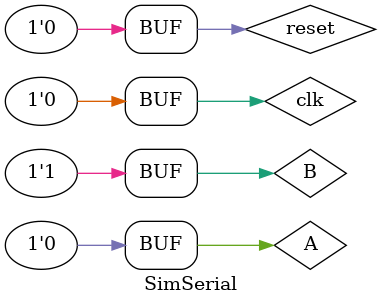
<source format=v>
`timescale 1ns / 1ps

module SimSerial();
reg clk;
reg A;
reg B;
reg reset;
wire less;
wire equal;
wire greater;

always
begin
clk <= 0;
#5
clk <= 1;
#5
clk <= 0;
end

initial
begin
//testing for varying values while clock=0
// reset the circuitry
reset <= 1;
#10
reset <= 0;
// Stupid stuff
// If we change A or B during clock=0 nothing changes
A <= 1;
B <= 1;
#2
A <= 0;
B <= 1;
#1
A <= 1;
B <= 1;
#1
A <= 0;
B <= 0;
#1
// but it changes when clock=1
A <= 1;
B <= 1;
#3
B <= 0;
#1
B <= 1;
#6
// so everything during a clock=1 counts

// back to regular tests
// testing for A=110 and B=100
// expecting one equal and infinite greater
// reset the circuitry
reset <= 1;
#10
reset <= 0;
// assign values, at 10ns intervals
A <= 1;
B <= 1;
#10
A <= 1;
B <= 0;
#10
A <= 0;
B <= 0;
// testing for A=1110011 and B=1111000
// expecting three equal and infinite less
// reset the circuitry
reset <= 1;
#10
reset <= 0;
// assign values, at 10ns intervals
A <= 1;
B <= 1;
#10
A <= 1;
B <= 1;
#10
A <= 1;
B <= 1;
#10
A <= 0;
B <= 1;
#10
A <= 0;
B <= 0;
#10
A <= 1;
B <= 0;
#10
A <= 1;
B <= 0;
// testing for A=00110 and B=00111
// expecting three equal and infinite less
// reset the circuitry
reset <= 1;
#10
reset <= 0;
// assign values, at 10ns intervals
A <= 0;
B <= 0;
#10
A <= 0;
B <= 0;
#10
A <= 1;
B <= 1;
#10
A <= 1;
B <= 1;
#10
A <= 0;
B <= 1;
end

Serial S(
    .clk(clk),
    .A(A),
    .B(B),
    .reset(reset),
    .less(less),
    .equal(equal),
    .greater(greater)
);
endmodule

</source>
